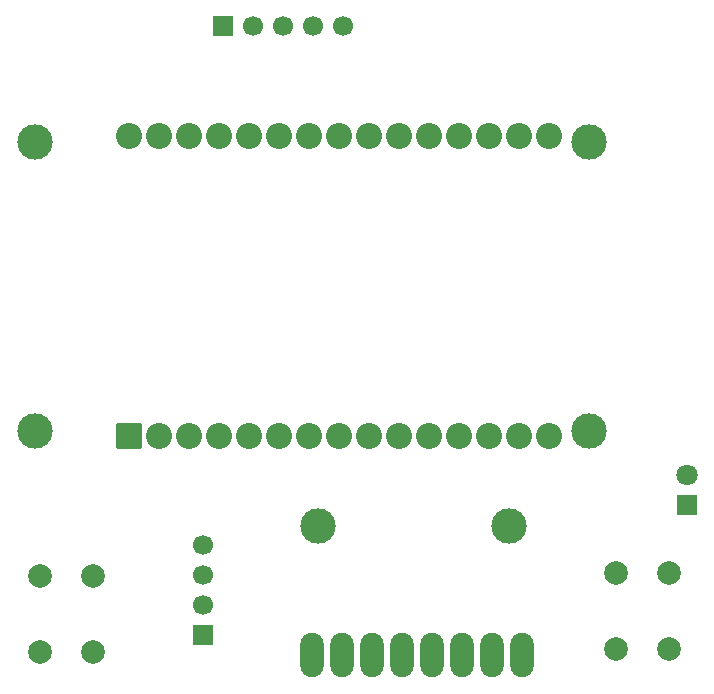
<source format=gbr>
%TF.GenerationSoftware,KiCad,Pcbnew,9.0.2*%
%TF.CreationDate,2025-07-16T17:11:34-05:00*%
%TF.ProjectId,guante_primiparos,6775616e-7465-45f7-9072-696d69706172,rev?*%
%TF.SameCoordinates,Original*%
%TF.FileFunction,Soldermask,Top*%
%TF.FilePolarity,Negative*%
%FSLAX46Y46*%
G04 Gerber Fmt 4.6, Leading zero omitted, Abs format (unit mm)*
G04 Created by KiCad (PCBNEW 9.0.2) date 2025-07-16 17:11:34*
%MOMM*%
%LPD*%
G01*
G04 APERTURE LIST*
G04 Aperture macros list*
%AMRoundRect*
0 Rectangle with rounded corners*
0 $1 Rounding radius*
0 $2 $3 $4 $5 $6 $7 $8 $9 X,Y pos of 4 corners*
0 Add a 4 corners polygon primitive as box body*
4,1,4,$2,$3,$4,$5,$6,$7,$8,$9,$2,$3,0*
0 Add four circle primitives for the rounded corners*
1,1,$1+$1,$2,$3*
1,1,$1+$1,$4,$5*
1,1,$1+$1,$6,$7*
1,1,$1+$1,$8,$9*
0 Add four rect primitives between the rounded corners*
20,1,$1+$1,$2,$3,$4,$5,0*
20,1,$1+$1,$4,$5,$6,$7,0*
20,1,$1+$1,$6,$7,$8,$9,0*
20,1,$1+$1,$8,$9,$2,$3,0*%
G04 Aperture macros list end*
%ADD10C,3.000000*%
%ADD11RoundRect,0.102000X1.000000X-1.000000X1.000000X1.000000X-1.000000X1.000000X-1.000000X-1.000000X0*%
%ADD12C,2.204000*%
%ADD13R,1.700000X1.700000*%
%ADD14C,1.700000*%
%ADD15O,1.982000X3.760000*%
%ADD16R,1.800000X1.800000*%
%ADD17C,1.800000*%
%ADD18C,2.000000*%
G04 APERTURE END LIST*
D10*
%TO.C,U1*%
X97525000Y-124580000D03*
X144475000Y-124580000D03*
X97525000Y-100070000D03*
X144475000Y-100070000D03*
D11*
X105485000Y-125000000D03*
D12*
X108025000Y-125000000D03*
X110565000Y-125000000D03*
X113105000Y-125000000D03*
X115645000Y-125000000D03*
X118185000Y-125000000D03*
X120725000Y-125000000D03*
X123265000Y-125000000D03*
X125805000Y-125000000D03*
X128345000Y-125000000D03*
X130885000Y-125000000D03*
X133425000Y-125000000D03*
X135965000Y-125000000D03*
X138505000Y-125000000D03*
X141045000Y-125000000D03*
X141045000Y-99600000D03*
X138505000Y-99600000D03*
X135965000Y-99600000D03*
X133425000Y-99600000D03*
X130885000Y-99600000D03*
X128345000Y-99600000D03*
X125805000Y-99600000D03*
X123265000Y-99600000D03*
X120725000Y-99600000D03*
X118185000Y-99600000D03*
X115645000Y-99600000D03*
X113105000Y-99600000D03*
X110565000Y-99600000D03*
X108025000Y-99600000D03*
X105485000Y-99600000D03*
%TD*%
D13*
%TO.C,J6*%
X113460000Y-90300000D03*
D14*
X116000000Y-90300000D03*
X118540000Y-90300000D03*
X121080000Y-90300000D03*
X123620000Y-90300000D03*
%TD*%
D10*
%TO.C,U2*%
X121500000Y-132620000D03*
X137650000Y-132610000D03*
D15*
X136250000Y-143550000D03*
X123550000Y-143550000D03*
X138790000Y-143550000D03*
X126090000Y-143550000D03*
X128630000Y-143550000D03*
X121010000Y-143550000D03*
X133710000Y-143550000D03*
X131170000Y-143550000D03*
%TD*%
D13*
%TO.C,Brd1*%
X111750000Y-141860000D03*
D14*
X111750000Y-139320000D03*
X111750000Y-136780000D03*
X111750000Y-134240000D03*
%TD*%
D16*
%TO.C,D1*%
X152750000Y-130820000D03*
D17*
X152750000Y-128280000D03*
%TD*%
D18*
%TO.C,SW2*%
X151250000Y-136550000D03*
X146750000Y-136550000D03*
X151250000Y-143050000D03*
X146750000Y-143050000D03*
%TD*%
%TO.C,SW1*%
X98000000Y-136800000D03*
X102500000Y-136800000D03*
X98000000Y-143300000D03*
X102500000Y-143300000D03*
%TD*%
M02*

</source>
